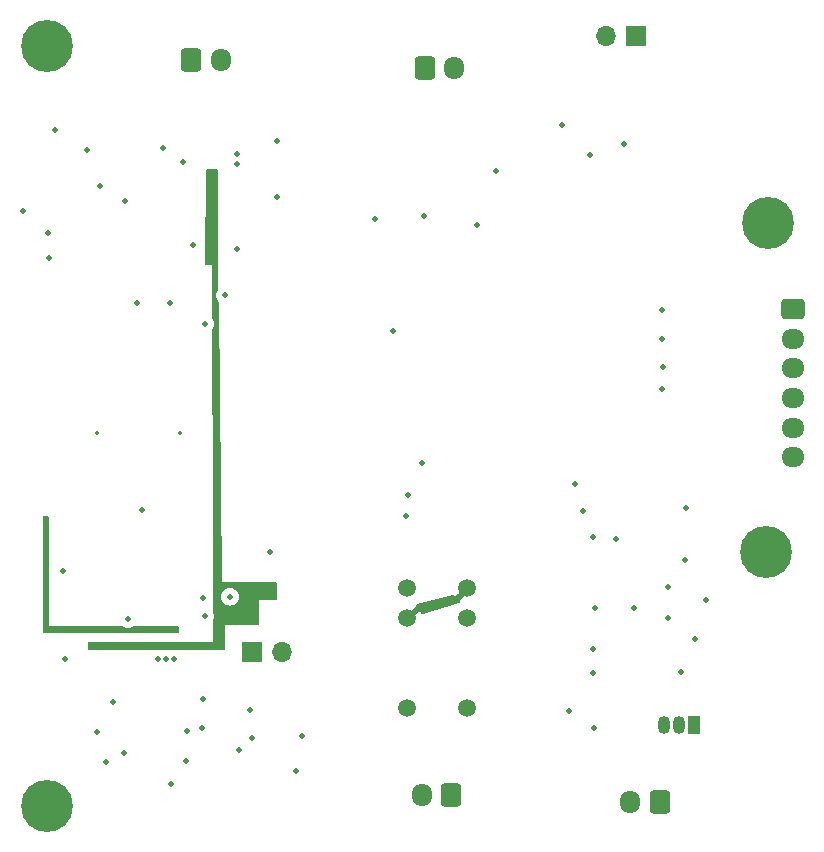
<source format=gbr>
%TF.GenerationSoftware,KiCad,Pcbnew,8.0.5*%
%TF.CreationDate,2025-03-29T03:18:47+03:00*%
%TF.ProjectId,PCB_FINAL_UPDATED,5043425f-4649-44e4-914c-5f5550444154,rev?*%
%TF.SameCoordinates,Original*%
%TF.FileFunction,Copper,L3,Inr*%
%TF.FilePolarity,Positive*%
%FSLAX46Y46*%
G04 Gerber Fmt 4.6, Leading zero omitted, Abs format (unit mm)*
G04 Created by KiCad (PCBNEW 8.0.5) date 2025-03-29 03:18:47*
%MOMM*%
%LPD*%
G01*
G04 APERTURE LIST*
G04 Aperture macros list*
%AMRoundRect*
0 Rectangle with rounded corners*
0 $1 Rounding radius*
0 $2 $3 $4 $5 $6 $7 $8 $9 X,Y pos of 4 corners*
0 Add a 4 corners polygon primitive as box body*
4,1,4,$2,$3,$4,$5,$6,$7,$8,$9,$2,$3,0*
0 Add four circle primitives for the rounded corners*
1,1,$1+$1,$2,$3*
1,1,$1+$1,$4,$5*
1,1,$1+$1,$6,$7*
1,1,$1+$1,$8,$9*
0 Add four rect primitives between the rounded corners*
20,1,$1+$1,$2,$3,$4,$5,0*
20,1,$1+$1,$4,$5,$6,$7,0*
20,1,$1+$1,$6,$7,$8,$9,0*
20,1,$1+$1,$8,$9,$2,$3,0*%
G04 Aperture macros list end*
%TA.AperFunction,ComponentPad*%
%ADD10C,0.700000*%
%TD*%
%TA.AperFunction,ComponentPad*%
%ADD11C,4.400000*%
%TD*%
%TA.AperFunction,ComponentPad*%
%ADD12RoundRect,0.250000X-0.600000X-0.725000X0.600000X-0.725000X0.600000X0.725000X-0.600000X0.725000X0*%
%TD*%
%TA.AperFunction,ComponentPad*%
%ADD13O,1.700000X1.950000*%
%TD*%
%TA.AperFunction,ComponentPad*%
%ADD14RoundRect,0.250000X0.600000X0.725000X-0.600000X0.725000X-0.600000X-0.725000X0.600000X-0.725000X0*%
%TD*%
%TA.AperFunction,ComponentPad*%
%ADD15R,1.700000X1.700000*%
%TD*%
%TA.AperFunction,ComponentPad*%
%ADD16O,1.700000X1.700000*%
%TD*%
%TA.AperFunction,ComponentPad*%
%ADD17R,1.050000X1.500000*%
%TD*%
%TA.AperFunction,ComponentPad*%
%ADD18O,1.050000X1.500000*%
%TD*%
%TA.AperFunction,ComponentPad*%
%ADD19RoundRect,0.250000X-0.725000X0.600000X-0.725000X-0.600000X0.725000X-0.600000X0.725000X0.600000X0*%
%TD*%
%TA.AperFunction,ComponentPad*%
%ADD20O,1.950000X1.700000*%
%TD*%
%TA.AperFunction,ComponentPad*%
%ADD21C,1.498600*%
%TD*%
%TA.AperFunction,ViaPad*%
%ADD22C,0.500000*%
%TD*%
%ADD23C,0.300000*%
%ADD24C,0.350000*%
G04 APERTURE END LIST*
D10*
%TO.N,GND*%
%TO.C,H2*%
X35150000Y-116300000D03*
X35633274Y-115133274D03*
X35633274Y-117466726D03*
X36800000Y-114650000D03*
D11*
X36800000Y-116300000D03*
D10*
X36800000Y-117950000D03*
X37966726Y-115133274D03*
X37966726Y-117466726D03*
X38450000Y-116300000D03*
%TD*%
%TO.N,GND*%
%TO.C,H3*%
X96250000Y-66950000D03*
X96733274Y-65783274D03*
X96733274Y-68116726D03*
X97900000Y-65300000D03*
D11*
X97900000Y-66950000D03*
D10*
X97900000Y-68600000D03*
X99066726Y-65783274D03*
X99066726Y-68116726D03*
X99550000Y-66950000D03*
%TD*%
D12*
%TO.N,OUT1*%
%TO.C,J5*%
X68797800Y-53822600D03*
D13*
%TO.N,OUT2*%
X71297800Y-53822600D03*
%TD*%
D10*
%TO.N,GND*%
%TO.C,H4*%
X96050000Y-94800000D03*
X96533274Y-93633274D03*
X96533274Y-95966726D03*
X97700000Y-93150000D03*
D11*
X97700000Y-94800000D03*
D10*
X97700000Y-96450000D03*
X98866726Y-93633274D03*
X98866726Y-95966726D03*
X99350000Y-94800000D03*
%TD*%
D14*
%TO.N,GND*%
%TO.C,J6*%
X71054600Y-115390000D03*
D13*
%TO.N,Net-(J6-Pin_2)*%
X68554600Y-115390000D03*
%TD*%
D15*
%TO.N,ECG_I*%
%TO.C,J7*%
X54135000Y-103250000D03*
D16*
%TO.N,GND*%
X56675000Y-103250000D03*
%TD*%
D15*
%TO.N,Net-(J8-Pin_1)*%
%TO.C,J8*%
X86720600Y-51115200D03*
D16*
%TO.N,Net-(J8-Pin_2)*%
X84180600Y-51115200D03*
%TD*%
D17*
%TO.N,Net-(Q1-D)*%
%TO.C,Q1*%
X91627600Y-109491000D03*
D18*
%TO.N,Net-(D8-A)*%
X90357600Y-109491000D03*
%TO.N,+12V*%
X89087600Y-109491000D03*
%TD*%
D12*
%TO.N,VBAT*%
%TO.C,J1*%
X49025000Y-53150000D03*
D13*
%TO.N,GND*%
X51525000Y-53150000D03*
%TD*%
D14*
%TO.N,Net-(J4-Pin_1)*%
%TO.C,J4*%
X88707600Y-115951000D03*
D13*
%TO.N,GND*%
X86207600Y-115951000D03*
%TD*%
D19*
%TO.N,RIN*%
%TO.C,J2*%
X99949000Y-74277200D03*
D20*
%TO.N,FIN*%
X99949000Y-76777200D03*
%TO.N,LED_PWM*%
X99949000Y-79277200D03*
%TO.N,FAN_C*%
X99949000Y-81777200D03*
%TO.N,GND*%
X99949000Y-84277200D03*
%TO.N,+5VA*%
X99949000Y-86777200D03*
%TD*%
D10*
%TO.N,GND*%
%TO.C,H1*%
X35200000Y-52000000D03*
X35683274Y-50833274D03*
X35683274Y-53166726D03*
X36850000Y-50350000D03*
D11*
X36850000Y-52000000D03*
D10*
X36850000Y-53650000D03*
X38016726Y-50833274D03*
X38016726Y-53166726D03*
X38500000Y-52000000D03*
%TD*%
D21*
%TO.N,unconnected-(K1-Pad1)*%
%TO.C,K1*%
X67335400Y-97891600D03*
%TO.N,+12V*%
X67335400Y-100431600D03*
%TO.N,Net-(J6-Pin_2)*%
X67335400Y-108051600D03*
X72415400Y-108051600D03*
%TO.N,Net-(D15-A)*%
X72415400Y-100431600D03*
%TO.N,+12V*%
X72415400Y-97891600D03*
%TD*%
D22*
%TO.N,VBAT*%
X41300000Y-63800000D03*
%TO.N,+5V*%
X45300000Y-102750000D03*
X52900000Y-62000000D03*
X50500000Y-70000000D03*
X55700000Y-98600000D03*
X51000000Y-62700000D03*
X40850000Y-102750000D03*
X52900000Y-61100000D03*
X51000000Y-63600000D03*
X48700000Y-109950000D03*
%TO.N,/ANALOG CIRCUIT/RLD*%
X52300000Y-98600000D03*
X44900000Y-91300000D03*
%TO.N,-5V*%
X46900000Y-103850000D03*
X36750000Y-92050000D03*
X47600000Y-101400000D03*
X46200000Y-101400000D03*
X46200000Y-103850000D03*
X46900000Y-101400000D03*
X47600000Y-103850000D03*
X36750000Y-92925000D03*
X49950000Y-109700000D03*
%TO.N,Net-(C17-Pad1)*%
X54000000Y-108223800D03*
X54200000Y-110600000D03*
%TO.N,/ANALOG CIRCUIT/HPF_O*%
X41800000Y-112600000D03*
X42400000Y-107500000D03*
%TO.N,Net-(U7-VBST)*%
X89400000Y-100400000D03*
X83200000Y-99600000D03*
%TO.N,GND*%
X55700000Y-94800000D03*
X38350000Y-103900000D03*
X37000000Y-69900000D03*
X50040000Y-98750000D03*
X86550000Y-99600000D03*
X48330000Y-61760000D03*
X81000000Y-108320000D03*
X74800000Y-62530000D03*
X38200000Y-96450000D03*
X64570000Y-66650000D03*
X83100000Y-109720000D03*
X80430000Y-58700000D03*
X83050000Y-105070000D03*
X56300000Y-60000000D03*
X50200000Y-75500000D03*
X37460000Y-59070000D03*
X43400000Y-65100000D03*
X83050000Y-103020000D03*
X47250000Y-73750000D03*
X49200000Y-68800000D03*
X90500000Y-105020000D03*
X50000000Y-107280000D03*
X53100000Y-111600000D03*
X50200000Y-100210000D03*
X83080000Y-93550000D03*
X82200000Y-91320000D03*
X51900000Y-73100000D03*
X36900000Y-67800000D03*
X90870000Y-95500000D03*
X58450000Y-110380000D03*
X48550000Y-112500000D03*
X40200000Y-60800000D03*
X82800000Y-61170000D03*
X92600000Y-98880000D03*
X67200000Y-91750000D03*
X67350000Y-89950000D03*
X46600000Y-60600000D03*
X66150000Y-76100000D03*
X47300000Y-114500000D03*
X90900000Y-91130000D03*
X56300000Y-64800000D03*
X44400000Y-73750000D03*
X52900000Y-69200000D03*
X81500000Y-89050000D03*
X41050000Y-110100000D03*
X43700000Y-100500000D03*
%TO.N,FIN*%
X68750000Y-66350000D03*
X88900000Y-76800000D03*
%TO.N,LED_PWM*%
X88950000Y-79150000D03*
X85700000Y-60250000D03*
%TO.N,RIN*%
X73200000Y-67150000D03*
X88900000Y-74300000D03*
%TO.N,FAN_C*%
X88850000Y-81050000D03*
X68600000Y-87300000D03*
%TO.N,/ANALOG CIRCUIT/NFO*%
X57900000Y-113400000D03*
X43300000Y-111800000D03*
%TO.N,Net-(U7-VFB)*%
X89400000Y-97800000D03*
X91700000Y-102200000D03*
%TO.N,+5VA*%
X34750000Y-65950000D03*
X85000000Y-93750000D03*
%TD*%
%TA.AperFunction,Conductor*%
%TO.N,-5V*%
G36*
X36943039Y-91769685D02*
G01*
X36988794Y-91822489D01*
X37000000Y-91874000D01*
X37000000Y-101100000D01*
X43208542Y-101100000D01*
X43274515Y-101119007D01*
X43372307Y-101180454D01*
X43372305Y-101180454D01*
X43372309Y-101180455D01*
X43372310Y-101180456D01*
X43444913Y-101205860D01*
X43531943Y-101236314D01*
X43699997Y-101255249D01*
X43700000Y-101255249D01*
X43700003Y-101255249D01*
X43868056Y-101236314D01*
X43868059Y-101236313D01*
X44027690Y-101180456D01*
X44125485Y-101119006D01*
X44191458Y-101100000D01*
X47876000Y-101100000D01*
X47943039Y-101119685D01*
X47988794Y-101172489D01*
X48000000Y-101224000D01*
X48000000Y-101576000D01*
X47980315Y-101643039D01*
X47927511Y-101688794D01*
X47876000Y-101700000D01*
X36624000Y-101700000D01*
X36556961Y-101680315D01*
X36511206Y-101627511D01*
X36500000Y-101576000D01*
X36500000Y-91874000D01*
X36519685Y-91806961D01*
X36572489Y-91761206D01*
X36624000Y-91750000D01*
X36876000Y-91750000D01*
X36943039Y-91769685D01*
G37*
%TD.AperFunction*%
%TD*%
%TA.AperFunction,Conductor*%
%TO.N,+5V*%
G36*
X51619545Y-98927694D02*
G01*
X51619547Y-98927697D01*
X51709518Y-99070884D01*
X51709523Y-99070890D01*
X51829109Y-99190476D01*
X51829115Y-99190481D01*
X51972302Y-99280452D01*
X51972305Y-99280454D01*
X51972309Y-99280455D01*
X51972310Y-99280456D01*
X52044913Y-99305860D01*
X52131943Y-99336314D01*
X52299997Y-99355249D01*
X52300000Y-99355249D01*
X52300003Y-99355249D01*
X52468056Y-99336314D01*
X52468059Y-99336313D01*
X52627690Y-99280456D01*
X52627692Y-99280454D01*
X52627694Y-99280454D01*
X52627697Y-99280452D01*
X52770884Y-99190481D01*
X52770885Y-99190480D01*
X52770890Y-99190477D01*
X52890477Y-99070890D01*
X52980452Y-98927697D01*
X52980454Y-98927694D01*
X52980454Y-98927692D01*
X52980456Y-98927690D01*
X52990145Y-98900000D01*
X54800000Y-98900000D01*
X54800000Y-100876000D01*
X54780315Y-100943039D01*
X54727511Y-100988794D01*
X54676000Y-101000000D01*
X51900000Y-101000000D01*
X51900000Y-102976000D01*
X51880315Y-103043039D01*
X51827511Y-103088794D01*
X51776000Y-103100000D01*
X47653547Y-103100000D01*
X47639663Y-103099220D01*
X47621474Y-103097170D01*
X47600001Y-103094751D01*
X47599999Y-103094751D01*
X47578525Y-103097170D01*
X47560336Y-103099220D01*
X47546453Y-103100000D01*
X46953547Y-103100000D01*
X46939663Y-103099220D01*
X46921474Y-103097170D01*
X46900001Y-103094751D01*
X46899999Y-103094751D01*
X46878525Y-103097170D01*
X46860336Y-103099220D01*
X46846453Y-103100000D01*
X46253547Y-103100000D01*
X46239663Y-103099220D01*
X46221474Y-103097170D01*
X46200001Y-103094751D01*
X46199999Y-103094751D01*
X46178525Y-103097170D01*
X46160336Y-103099220D01*
X46146453Y-103100000D01*
X40424000Y-103100000D01*
X40356961Y-103080315D01*
X40311206Y-103027511D01*
X40300000Y-102976000D01*
X40300000Y-102524000D01*
X40319685Y-102456961D01*
X40372489Y-102411206D01*
X40424000Y-102400000D01*
X50900000Y-102400000D01*
X50900000Y-100502905D01*
X50906959Y-100461950D01*
X50936313Y-100378061D01*
X50936313Y-100378059D01*
X50955249Y-100210002D01*
X50955249Y-100209997D01*
X50936314Y-100041945D01*
X50936313Y-100041941D01*
X50906958Y-99958048D01*
X50900000Y-99917094D01*
X50900000Y-98900000D01*
X51609855Y-98900000D01*
X51619545Y-98927694D01*
G37*
%TD.AperFunction*%
%TD*%
%TA.AperFunction,Conductor*%
%TO.N,+5V*%
G36*
X51329993Y-72559449D02*
G01*
X51311038Y-72626699D01*
X51310994Y-72626769D01*
X51219545Y-72772307D01*
X51163685Y-72931943D01*
X51144751Y-73099997D01*
X51144751Y-73100002D01*
X51163685Y-73268056D01*
X51219545Y-73427694D01*
X51219547Y-73427697D01*
X51309518Y-73570884D01*
X51313864Y-73576333D01*
X51311660Y-73578090D01*
X51339055Y-73628260D01*
X51341882Y-73653270D01*
X51600000Y-97400000D01*
X56176000Y-97400000D01*
X56243039Y-97419685D01*
X56288794Y-97472489D01*
X56300000Y-97524000D01*
X56300000Y-98776000D01*
X56280315Y-98843039D01*
X56227511Y-98888794D01*
X56176000Y-98900000D01*
X52990145Y-98900000D01*
X53036313Y-98768059D01*
X53036313Y-98768058D01*
X53036314Y-98768056D01*
X53055249Y-98600002D01*
X53055249Y-98599997D01*
X53036314Y-98431943D01*
X52980454Y-98272305D01*
X52980452Y-98272302D01*
X52890481Y-98129115D01*
X52890476Y-98129109D01*
X52770890Y-98009523D01*
X52770884Y-98009518D01*
X52627697Y-97919547D01*
X52627694Y-97919545D01*
X52468056Y-97863685D01*
X52300003Y-97844751D01*
X52299997Y-97844751D01*
X52131943Y-97863685D01*
X51972305Y-97919545D01*
X51972302Y-97919547D01*
X51829115Y-98009518D01*
X51829109Y-98009523D01*
X51709523Y-98129109D01*
X51709518Y-98129115D01*
X51619547Y-98272302D01*
X51619545Y-98272305D01*
X51563685Y-98431943D01*
X51544751Y-98599997D01*
X51544751Y-98600002D01*
X51563685Y-98768056D01*
X51609855Y-98900000D01*
X50900000Y-98900000D01*
X50900000Y-98899787D01*
X50870435Y-90296694D01*
X50821162Y-75958201D01*
X50840165Y-75891811D01*
X50880456Y-75827690D01*
X50936313Y-75668059D01*
X50955249Y-75500000D01*
X50955249Y-75499997D01*
X50936314Y-75331943D01*
X50922904Y-75293621D01*
X50880456Y-75172310D01*
X50875138Y-75163848D01*
X50837003Y-75103154D01*
X50817998Y-75037610D01*
X50800000Y-69800000D01*
X51300000Y-69800000D01*
X51329993Y-72559449D01*
G37*
%TD.AperFunction*%
%TD*%
%TA.AperFunction,Conductor*%
%TO.N,+5V*%
G36*
X51243039Y-62419685D02*
G01*
X51288794Y-62472489D01*
X51300000Y-62524000D01*
X51300000Y-69800000D01*
X50800000Y-69800000D01*
X50802405Y-70500000D01*
X50325541Y-70500000D01*
X50258502Y-70480315D01*
X50212747Y-70427511D01*
X50201550Y-70374469D01*
X50298488Y-62522469D01*
X50318999Y-62455678D01*
X50372364Y-62410578D01*
X50422479Y-62400000D01*
X51176000Y-62400000D01*
X51243039Y-62419685D01*
G37*
%TD.AperFunction*%
%TD*%
%TA.AperFunction,Conductor*%
%TO.N,+12V*%
G36*
X72111279Y-98287939D02*
G01*
X72224221Y-98353146D01*
X72289825Y-98370724D01*
X71726330Y-98934221D01*
X71727072Y-98942706D01*
X71756237Y-98979193D01*
X71763430Y-99048692D01*
X71731908Y-99111046D01*
X71676478Y-99145152D01*
X68645940Y-100036487D01*
X68576070Y-100036519D01*
X68517275Y-99998771D01*
X68498569Y-99969930D01*
X68421459Y-99804567D01*
X68421458Y-99804565D01*
X68378021Y-99742530D01*
X67849947Y-100270603D01*
X67808314Y-100282848D01*
X67796946Y-100240421D01*
X67731739Y-100127479D01*
X67639521Y-100035261D01*
X67620155Y-100024080D01*
X67546302Y-99867142D01*
X68024467Y-99388978D01*
X68023849Y-99381907D01*
X68037615Y-99313407D01*
X68086230Y-99263223D01*
X68116210Y-99251079D01*
X71187114Y-98453826D01*
X71256943Y-98456033D01*
X71314499Y-98495645D01*
X71326139Y-98514230D01*
X71326634Y-98513945D01*
X71329342Y-98518636D01*
X71372777Y-98580667D01*
X71372777Y-98580668D01*
X71609198Y-98344246D01*
X72052498Y-98229158D01*
X72111279Y-98287939D01*
G37*
%TD.AperFunction*%
%TD*%
D23*
X41300000Y-63800000D03*
X45300000Y-102750000D03*
X52900000Y-62000000D03*
X50500000Y-70000000D03*
X55700000Y-98600000D03*
X51000000Y-62700000D03*
X40850000Y-102750000D03*
X52900000Y-61100000D03*
X51000000Y-63600000D03*
X48700000Y-109950000D03*
X52300000Y-98600000D03*
X44900000Y-91300000D03*
X46900000Y-103850000D03*
X36750000Y-92050000D03*
X47600000Y-101400000D03*
X46200000Y-101400000D03*
X46200000Y-103850000D03*
X46900000Y-101400000D03*
X47600000Y-103850000D03*
X36750000Y-92925000D03*
X49950000Y-109700000D03*
X54000000Y-108223800D03*
X54200000Y-110600000D03*
X41800000Y-112600000D03*
X42400000Y-107500000D03*
X89400000Y-100400000D03*
X83200000Y-99600000D03*
X55700000Y-94800000D03*
X38350000Y-103900000D03*
X37000000Y-69900000D03*
X50040000Y-98750000D03*
X86550000Y-99600000D03*
X48330000Y-61760000D03*
X81000000Y-108320000D03*
X74800000Y-62530000D03*
X38200000Y-96450000D03*
X64570000Y-66650000D03*
X83100000Y-109720000D03*
X80430000Y-58700000D03*
X83050000Y-105070000D03*
X56300000Y-60000000D03*
X50200000Y-75500000D03*
X37460000Y-59070000D03*
X43400000Y-65100000D03*
X83050000Y-103020000D03*
X47250000Y-73750000D03*
X49200000Y-68800000D03*
X90500000Y-105020000D03*
X50000000Y-107280000D03*
X53100000Y-111600000D03*
X50200000Y-100210000D03*
X83080000Y-93550000D03*
X82200000Y-91320000D03*
X51900000Y-73100000D03*
X36900000Y-67800000D03*
X90870000Y-95500000D03*
X58450000Y-110380000D03*
X48550000Y-112500000D03*
X40200000Y-60800000D03*
X82800000Y-61170000D03*
X92600000Y-98880000D03*
X67200000Y-91750000D03*
X67350000Y-89950000D03*
X46600000Y-60600000D03*
X66150000Y-76100000D03*
X47300000Y-114500000D03*
X90900000Y-91130000D03*
X56300000Y-64800000D03*
X44400000Y-73750000D03*
X52900000Y-69200000D03*
X81500000Y-89050000D03*
X41050000Y-110100000D03*
X43700000Y-100500000D03*
X68750000Y-66350000D03*
X88900000Y-76800000D03*
X88950000Y-79150000D03*
X85700000Y-60250000D03*
X73200000Y-67150000D03*
X88900000Y-74300000D03*
X88850000Y-81050000D03*
X68600000Y-87300000D03*
X57900000Y-113400000D03*
X43300000Y-111800000D03*
X89400000Y-97800000D03*
X91700000Y-102200000D03*
X34750000Y-65950000D03*
X85000000Y-93750000D03*
D24*
X35150000Y-116300000D03*
X35633274Y-115133274D03*
X35633274Y-117466726D03*
X36800000Y-114650000D03*
X36800000Y-116300000D03*
X36800000Y-117950000D03*
X37966726Y-115133274D03*
X37966726Y-117466726D03*
X38450000Y-116300000D03*
X96250000Y-66950000D03*
X96733274Y-65783274D03*
X96733274Y-68116726D03*
X97900000Y-65300000D03*
X97900000Y-66950000D03*
X97900000Y-68600000D03*
X99066726Y-65783274D03*
X99066726Y-68116726D03*
X99550000Y-66950000D03*
X68797800Y-53822600D03*
X71297800Y-53822600D03*
X96050000Y-94800000D03*
X96533274Y-93633274D03*
X96533274Y-95966726D03*
X97700000Y-93150000D03*
X97700000Y-94800000D03*
X97700000Y-96450000D03*
X98866726Y-93633274D03*
X98866726Y-95966726D03*
X99350000Y-94800000D03*
X71054600Y-115390000D03*
X68554600Y-115390000D03*
X54135000Y-103250000D03*
X56675000Y-103250000D03*
X86720600Y-51115200D03*
X84180600Y-51115200D03*
X91627600Y-109491000D03*
X90357600Y-109491000D03*
X89087600Y-109491000D03*
X49025000Y-53150000D03*
X51525000Y-53150000D03*
X88707600Y-115951000D03*
X86207600Y-115951000D03*
X41053500Y-84768500D03*
X48053500Y-84768500D03*
X99949000Y-74277200D03*
X99949000Y-76777200D03*
X99949000Y-79277200D03*
X99949000Y-81777200D03*
X99949000Y-84277200D03*
X99949000Y-86777200D03*
X35200000Y-52000000D03*
X35683274Y-50833274D03*
X35683274Y-53166726D03*
X36850000Y-50350000D03*
X36850000Y-52000000D03*
X36850000Y-53650000D03*
X38016726Y-50833274D03*
X38016726Y-53166726D03*
X38500000Y-52000000D03*
X67335400Y-97891600D03*
X67335400Y-100431600D03*
X67335400Y-108051600D03*
X72415400Y-108051600D03*
X72415400Y-100431600D03*
X72415400Y-97891600D03*
M02*

</source>
